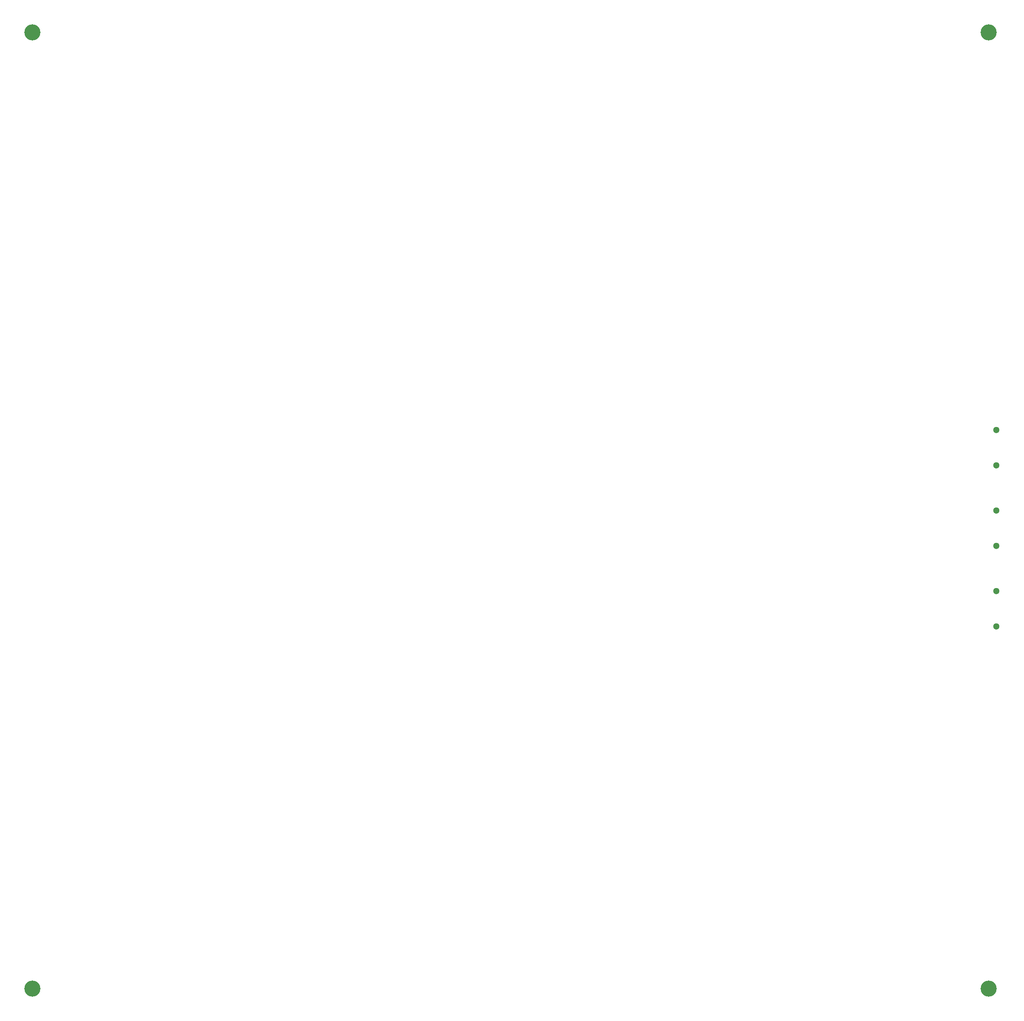
<source format=gbr>
%TF.GenerationSoftware,Altium Limited,Altium Designer,24.5.1 (21)*%
G04 Layer_Color=0*
%FSLAX45Y45*%
%MOMM*%
%TF.SameCoordinates,D7596F51-2DA0-4622-90E6-AC5F46AEA47A*%
%TF.FilePolarity,Positive*%
%TF.FileFunction,NonPlated,1,2,NPTH,Drill*%
%TF.Part,Single*%
G01*
G75*
%TA.AperFunction,ComponentDrill*%
%ADD67C,1.30000*%
%TA.AperFunction,OtherDrill,Free Pad (5mm,5mm)*%
%ADD68C,3.20000*%
%TA.AperFunction,OtherDrill,Free Pad (195mm,195mm)*%
%ADD69C,3.20000*%
%TA.AperFunction,OtherDrill,Free Pad (5mm,195mm)*%
%ADD70C,3.20000*%
%TA.AperFunction,OtherDrill,Free Pad (195mm,5mm)*%
%ADD71C,3.20000*%
D67*
X19650000Y9300000D02*
D03*
X19650000Y10000000D02*
D03*
Y7700000D02*
D03*
Y8400000D02*
D03*
Y10900000D02*
D03*
Y11600000D02*
D03*
D68*
X500000Y500000D02*
D03*
D69*
X19500000Y19500000D02*
D03*
D70*
X500000D02*
D03*
D71*
X19500000Y500000D02*
D03*
%TF.MD5,afbcd0036ac961444f87e59caaa64459*%
M02*

</source>
